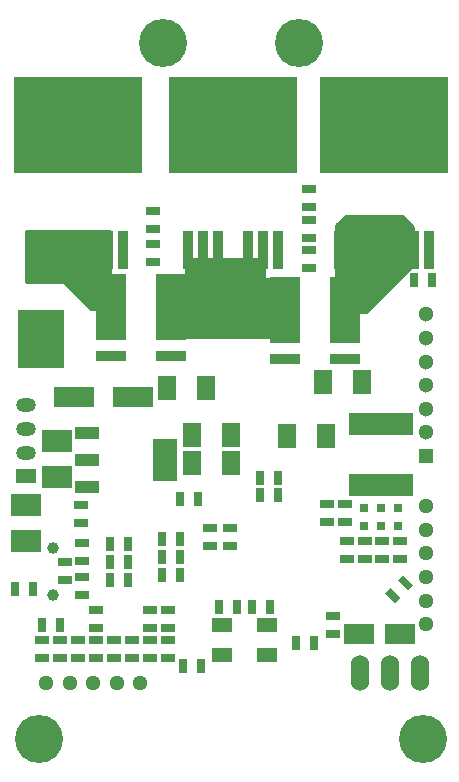
<source format=gbs>
G04 #@! TF.FileFunction,Soldermask,Bot*
%FSLAX46Y46*%
G04 Gerber Fmt 4.6, Leading zero omitted, Abs format (unit mm)*
G04 Created by KiCad (PCBNEW 4.0.1-stable) date 2016-02-08 6:25:09 PM*
%MOMM*%
G01*
G04 APERTURE LIST*
%ADD10C,0.150000*%
%ADD11C,1.300480*%
%ADD12R,3.500120X1.800860*%
%ADD13R,1.699260X1.198880*%
%ADD14O,1.699260X1.198880*%
%ADD15R,2.540000X5.588000*%
%ADD16R,2.540000X0.889000*%
%ADD17R,2.540000X1.699260*%
%ADD18R,1.800860X1.198880*%
%ADD19O,1.524000X3.048000*%
%ADD20C,4.064000*%
%ADD21R,2.499360X1.950720*%
%ADD22R,5.499100X1.849120*%
%ADD23R,0.797560X0.797560*%
%ADD24R,4.000000X5.000000*%
%ADD25R,10.800080X8.150860*%
%ADD26R,0.899160X3.200400*%
%ADD27R,1.143000X0.635000*%
%ADD28R,1.524000X2.032000*%
%ADD29R,0.635000X1.143000*%
%ADD30R,2.032000X3.657600*%
%ADD31R,2.032000X1.016000*%
%ADD32C,1.000000*%
%ADD33R,1.300000X1.300000*%
%ADD34C,1.300000*%
%ADD35C,0.254000*%
G04 APERTURE END LIST*
D10*
D11*
X86099240Y-137200000D03*
X88100760Y-137200000D03*
X90099740Y-137200000D03*
X84100260Y-137200000D03*
X82098740Y-137200000D03*
D12*
X89494360Y-113030000D03*
X84495640Y-113030000D03*
D13*
X80450000Y-119728280D03*
D14*
X80450000Y-115725240D03*
X80450000Y-117726760D03*
X80450000Y-113726260D03*
D11*
X114300000Y-126253240D03*
X114300000Y-128254760D03*
X114300000Y-130253740D03*
X114300000Y-132255260D03*
X114300000Y-124254260D03*
X114300000Y-122252740D03*
D15*
X102362000Y-105664000D03*
X107442000Y-105664000D03*
D16*
X102362000Y-109791500D03*
X107442000Y-109791500D03*
D15*
X87630000Y-105410000D03*
X92710000Y-105410000D03*
D16*
X87630000Y-109537500D03*
X92710000Y-109537500D03*
D17*
X108633260Y-133096000D03*
X112092740Y-133096000D03*
D18*
X97033080Y-134853680D03*
X97033080Y-132354320D03*
X100832920Y-132354320D03*
X100832920Y-134853680D03*
D19*
X108712000Y-136398000D03*
X111252000Y-136398000D03*
X113792000Y-136398000D03*
D20*
X92000000Y-83000000D03*
X103500000Y-83000000D03*
D21*
X80391000Y-125222000D03*
X80391000Y-122174000D03*
X83000000Y-116776000D03*
X83000000Y-119824000D03*
D22*
X110490000Y-120431560D03*
X110490000Y-115280440D03*
D23*
X111887000Y-123939300D03*
X111887000Y-122440700D03*
X110450000Y-123949300D03*
X110450000Y-122450700D03*
X109050000Y-123949300D03*
X109050000Y-122450700D03*
D24*
X81661000Y-108077000D03*
X97536000Y-105664000D03*
D25*
X110744000Y-89984580D03*
D26*
X114554000Y-100586540D03*
X113284000Y-100586540D03*
X112014000Y-100586540D03*
X109474000Y-100586540D03*
X108204000Y-100586540D03*
X106934000Y-100586540D03*
D25*
X97917000Y-89984580D03*
D26*
X101727000Y-100586540D03*
X100457000Y-100586540D03*
X99187000Y-100586540D03*
X96647000Y-100586540D03*
X95377000Y-100586540D03*
X94107000Y-100586540D03*
D25*
X84836000Y-89984580D03*
D26*
X88646000Y-100586540D03*
X87376000Y-100586540D03*
X86106000Y-100586540D03*
X83566000Y-100586540D03*
X82296000Y-100586540D03*
X81026000Y-100586540D03*
D20*
X114000000Y-142000000D03*
X81500000Y-142000000D03*
D27*
X83693000Y-127000000D03*
X83693000Y-128524000D03*
D10*
G36*
X112373210Y-128118567D02*
X113181433Y-128926790D01*
X112732420Y-129375803D01*
X111924197Y-128567580D01*
X112373210Y-128118567D01*
X112373210Y-128118567D01*
G37*
G36*
X111295580Y-129196197D02*
X112103803Y-130004420D01*
X111654790Y-130453433D01*
X110846567Y-129645210D01*
X111295580Y-129196197D01*
X111295580Y-129196197D01*
G37*
D27*
X81788000Y-133604000D03*
X81788000Y-135128000D03*
X92456000Y-132588000D03*
X92456000Y-131064000D03*
X90900000Y-132562000D03*
X90900000Y-131038000D03*
X86350000Y-132562000D03*
X86350000Y-131038000D03*
D28*
X102549000Y-116300000D03*
X105851000Y-116300000D03*
D27*
X96012000Y-124079000D03*
X96012000Y-125603000D03*
D29*
X96774000Y-130810000D03*
X98298000Y-130810000D03*
D27*
X107600000Y-126762000D03*
X107600000Y-125238000D03*
X97663000Y-125603000D03*
X97663000Y-124079000D03*
D29*
X100203000Y-121285000D03*
X101727000Y-121285000D03*
D27*
X105918000Y-123571000D03*
X105918000Y-122047000D03*
X85090000Y-123698000D03*
X85090000Y-122174000D03*
D29*
X103251000Y-133858000D03*
X104775000Y-133858000D03*
X95250000Y-135763000D03*
X93726000Y-135763000D03*
X101092000Y-130810000D03*
X99568000Y-130810000D03*
D28*
X105537000Y-111760000D03*
X108839000Y-111760000D03*
X92329000Y-112268000D03*
X95631000Y-112268000D03*
X94488000Y-116205000D03*
X97790000Y-116205000D03*
X94488000Y-118618000D03*
X97790000Y-118618000D03*
D27*
X107442000Y-123571000D03*
X107442000Y-122047000D03*
X85200000Y-125338000D03*
X85200000Y-126862000D03*
X85200000Y-129762000D03*
X85200000Y-128238000D03*
X106426000Y-131572000D03*
X106426000Y-133096000D03*
D29*
X81012000Y-129300000D03*
X79488000Y-129300000D03*
D27*
X83312000Y-135128000D03*
X83312000Y-133604000D03*
X86360000Y-135128000D03*
X86360000Y-133604000D03*
X89408000Y-135128000D03*
X89408000Y-133604000D03*
X92456000Y-135128000D03*
X92456000Y-133604000D03*
X90932000Y-135128000D03*
X90932000Y-133604000D03*
X87884000Y-135128000D03*
X87884000Y-133604000D03*
X84836000Y-135128000D03*
X84836000Y-133604000D03*
D29*
X93472000Y-121666000D03*
X94996000Y-121666000D03*
D27*
X109100000Y-125238000D03*
X109100000Y-126762000D03*
D29*
X87503000Y-128524000D03*
X89027000Y-128524000D03*
X93462000Y-128050000D03*
X91938000Y-128050000D03*
X87503000Y-127000000D03*
X89027000Y-127000000D03*
X93462000Y-126550000D03*
X91938000Y-126550000D03*
X114808000Y-103124000D03*
X113284000Y-103124000D03*
D27*
X104394000Y-96901000D03*
X104394000Y-95377000D03*
D29*
X87488000Y-125450000D03*
X89012000Y-125450000D03*
X93462000Y-125050000D03*
X91938000Y-125050000D03*
D27*
X104394000Y-100584000D03*
X104394000Y-102108000D03*
X104394000Y-98044000D03*
X104394000Y-99568000D03*
X112100000Y-125238000D03*
X112100000Y-126762000D03*
X110600000Y-125238000D03*
X110600000Y-126762000D03*
X91186000Y-100076000D03*
X91186000Y-101600000D03*
X91186000Y-97282000D03*
X91186000Y-98806000D03*
D29*
X83312000Y-132334000D03*
X81788000Y-132334000D03*
D30*
X92202000Y-118364000D03*
D31*
X85598000Y-118364000D03*
X85598000Y-116078000D03*
X85598000Y-120650000D03*
D32*
X82700000Y-125800000D03*
X82700000Y-129800000D03*
D33*
X114300000Y-118018560D03*
D34*
X114300000Y-114015520D03*
X114300000Y-116017040D03*
X114300000Y-112016540D03*
X114300000Y-110015020D03*
X114300000Y-108013500D03*
X114300000Y-106014520D03*
D29*
X100203000Y-119888000D03*
X101727000Y-119888000D03*
D35*
G36*
X87503000Y-105537000D02*
X85904606Y-105537000D01*
X83655803Y-103288197D01*
X83613789Y-103260334D01*
X83566000Y-103251000D01*
X80391000Y-103251000D01*
X80391000Y-98933000D01*
X87503000Y-98933000D01*
X87503000Y-105537000D01*
X87503000Y-105537000D01*
G37*
X87503000Y-105537000D02*
X85904606Y-105537000D01*
X83655803Y-103288197D01*
X83613789Y-103260334D01*
X83566000Y-103251000D01*
X80391000Y-103251000D01*
X80391000Y-98933000D01*
X87503000Y-98933000D01*
X87503000Y-105537000D01*
G36*
X113157000Y-98604606D02*
X113157000Y-101801394D01*
X109167394Y-105791000D01*
X106680000Y-105791000D01*
X106680000Y-98477606D01*
X107494606Y-97663000D01*
X112215394Y-97663000D01*
X113157000Y-98604606D01*
X113157000Y-98604606D01*
G37*
X113157000Y-98604606D02*
X113157000Y-101801394D01*
X109167394Y-105791000D01*
X106680000Y-105791000D01*
X106680000Y-98477606D01*
X107494606Y-97663000D01*
X112215394Y-97663000D01*
X113157000Y-98604606D01*
G36*
X100584000Y-102870000D02*
X100594006Y-102919410D01*
X100622447Y-102961035D01*
X100664841Y-102988315D01*
X100711000Y-102997000D01*
X101092000Y-102997000D01*
X101092000Y-107950000D01*
X93980000Y-107950000D01*
X93980000Y-101346000D01*
X100584000Y-101346000D01*
X100584000Y-102870000D01*
X100584000Y-102870000D01*
G37*
X100584000Y-102870000D02*
X100594006Y-102919410D01*
X100622447Y-102961035D01*
X100664841Y-102988315D01*
X100711000Y-102997000D01*
X101092000Y-102997000D01*
X101092000Y-107950000D01*
X93980000Y-107950000D01*
X93980000Y-101346000D01*
X100584000Y-101346000D01*
X100584000Y-102870000D01*
M02*

</source>
